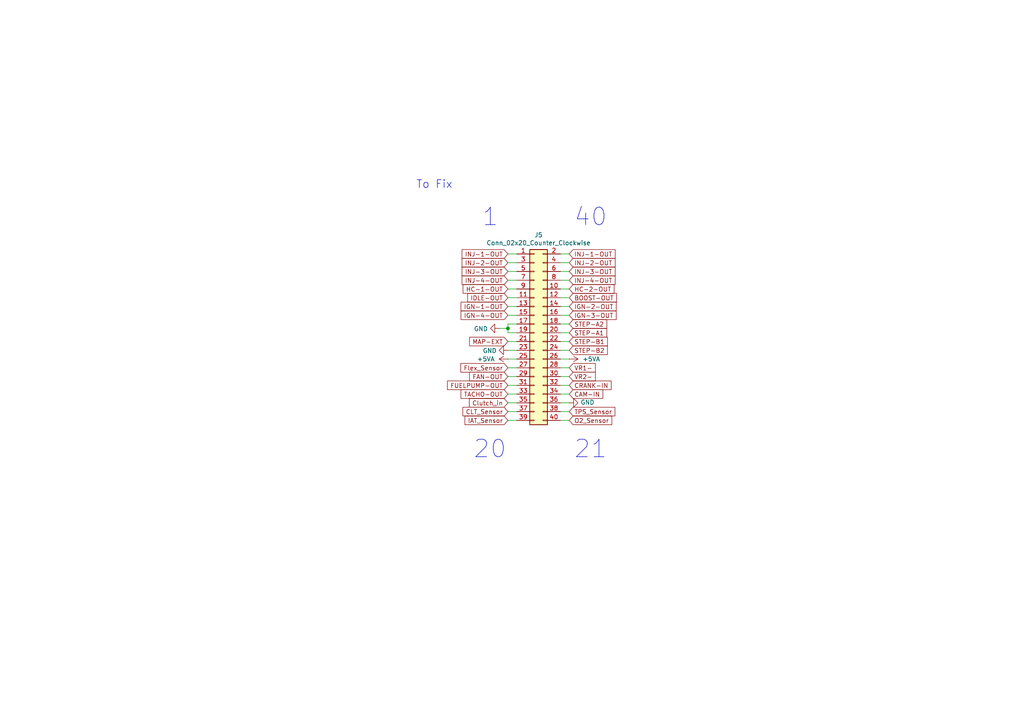
<source format=kicad_sch>
(kicad_sch (version 20250114) (generator "eeschema") (generator_version "9.0")
  (paper "A4")
  (title_block (title "0.4") (date "2021-03-27") (rev "4d") (company "Speeduino"))
  (lib_symbols
    (symbol "Connector_Generic:Conn_02x20_Odd_Even" (pin_names (offset 1.016) (hide yes))
      (property "Reference" "J" (at 1.27 25.4 0))
      (property "Value" "Conn_02x20_Odd_Even" (at 1.27 -27.94 0))
      (symbol "Conn_02x20_Odd_Even_1_1"
        (rectangle (start -1.27 24.13) (end 3.81 -26.67) (stroke (width 0.254)) (fill (type background)))
        (rectangle (start -1.27 22.987) (end 0 22.733) (stroke (width 0.1524)))
        (rectangle (start -1.27 20.447) (end 0 20.193) (stroke (width 0.1524)))
        (rectangle (start -1.27 17.907) (end 0 17.653) (stroke (width 0.1524)))
        (rectangle (start -1.27 15.367) (end 0 15.113) (stroke (width 0.1524)))
        (rectangle (start -1.27 12.827) (end 0 12.573) (stroke (width 0.1524)))
        (rectangle (start -1.27 10.287) (end 0 10.033) (stroke (width 0.1524)))
        (rectangle (start -1.27 7.747) (end 0 7.493) (stroke (width 0.1524)))
        (rectangle (start -1.27 5.207) (end 0 4.953) (stroke (width 0.1524)))
        (rectangle (start -1.27 2.667) (end 0 2.413) (stroke (width 0.1524)))
        (rectangle (start -1.27 0.127) (end 0 -0.127) (stroke (width 0.1524)))
        (rectangle (start -1.27 -2.413) (end 0 -2.667) (stroke (width 0.1524)))
        (rectangle (start -1.27 -4.953) (end 0 -5.207) (stroke (width 0.1524)))
        (rectangle (start -1.27 -7.493) (end 0 -7.747) (stroke (width 0.1524)))
        (rectangle (start -1.27 -10.033) (end 0 -10.287) (stroke (width 0.1524)))
        (rectangle (start -1.27 -12.573) (end 0 -12.827) (stroke (width 0.1524)))
        (rectangle (start -1.27 -15.113) (end 0 -15.367) (stroke (width 0.1524)))
        (rectangle (start -1.27 -17.653) (end 0 -17.907) (stroke (width 0.1524)))
        (rectangle (start -1.27 -20.193) (end 0 -20.447) (stroke (width 0.1524)))
        (rectangle (start -1.27 -22.733) (end 0 -22.987) (stroke (width 0.1524)))
        (rectangle (start -1.27 -25.273) (end 0 -25.527) (stroke (width 0.1524)))
        (rectangle (start 3.81 22.987) (end 2.54 22.733) (stroke (width 0.1524)))
        (rectangle (start 3.81 20.447) (end 2.54 20.193) (stroke (width 0.1524)))
        (rectangle (start 3.81 17.907) (end 2.54 17.653) (stroke (width 0.1524)))
        (rectangle (start 3.81 15.367) (end 2.54 15.113) (stroke (width 0.1524)))
        (rectangle (start 3.81 12.827) (end 2.54 12.573) (stroke (width 0.1524)))
        (rectangle (start 3.81 10.287) (end 2.54 10.033) (stroke (width 0.1524)))
        (rectangle (start 3.81 7.747) (end 2.54 7.493) (stroke (width 0.1524)))
        (rectangle (start 3.81 5.207) (end 2.54 4.953) (stroke (width 0.1524)))
        (rectangle (start 3.81 2.667) (end 2.54 2.413) (stroke (width 0.1524)))
        (rectangle (start 3.81 0.127) (end 2.54 -0.127) (stroke (width 0.1524)))
        (rectangle (start 3.81 -2.413) (end 2.54 -2.667) (stroke (width 0.1524)))
        (rectangle (start 3.81 -4.953) (end 2.54 -5.207) (stroke (width 0.1524)))
        (rectangle (start 3.81 -7.493) (end 2.54 -7.747) (stroke (width 0.1524)))
        (rectangle (start 3.81 -10.033) (end 2.54 -10.287) (stroke (width 0.1524)))
        (rectangle (start 3.81 -12.573) (end 2.54 -12.827) (stroke (width 0.1524)))
        (rectangle (start 3.81 -15.113) (end 2.54 -15.367) (stroke (width 0.1524)))
        (rectangle (start 3.81 -17.653) (end 2.54 -17.907) (stroke (width 0.1524)))
        (rectangle (start 3.81 -20.193) (end 2.54 -20.447) (stroke (width 0.1524)))
        (rectangle (start 3.81 -22.733) (end 2.54 -22.987) (stroke (width 0.1524)))
        (rectangle (start 3.81 -25.273) (end 2.54 -25.527) (stroke (width 0.1524)))
        (pin passive line (at -5.08 22.86 0) (length 3.81) (name "Pin_1") (number "1"))
        (pin passive line (at -5.08 20.32 0) (length 3.81) (name "Pin_3") (number "3"))
        (pin passive line (at -5.08 17.78 0) (length 3.81) (name "Pin_5") (number "5"))
        (pin passive line (at -5.08 15.24 0) (length 3.81) (name "Pin_7") (number "7"))
        (pin passive line (at -5.08 12.7 0) (length 3.81) (name "Pin_9") (number "9"))
        (pin passive line (at -5.08 10.16 0) (length 3.81) (name "Pin_11") (number "11"))
        (pin passive line (at -5.08 7.62 0) (length 3.81) (name "Pin_13") (number "13"))
        (pin passive line (at -5.08 5.08 0) (length 3.81) (name "Pin_15") (number "15"))
        (pin passive line (at -5.08 2.54 0) (length 3.81) (name "Pin_17") (number "17"))
        (pin passive line (at -5.08 0 0) (length 3.81) (name "Pin_19") (number "19"))
        (pin passive line (at -5.08 -2.54 0) (length 3.81) (name "Pin_21") (number "21"))
        (pin passive line (at -5.08 -5.08 0) (length 3.81) (name "Pin_23") (number "23"))
        (pin passive line (at -5.08 -7.62 0) (length 3.81) (name "Pin_25") (number "25"))
        (pin passive line (at -5.08 -10.16 0) (length 3.81) (name "Pin_27") (number "27"))
        (pin passive line (at -5.08 -12.7 0) (length 3.81) (name "Pin_29") (number "29"))
        (pin passive line (at -5.08 -15.24 0) (length 3.81) (name "Pin_31") (number "31"))
        (pin passive line (at -5.08 -17.78 0) (length 3.81) (name "Pin_33") (number "33"))
        (pin passive line (at -5.08 -20.32 0) (length 3.81) (name "Pin_35") (number "35"))
        (pin passive line (at -5.08 -22.86 0) (length 3.81) (name "Pin_37") (number "37"))
        (pin passive line (at -5.08 -25.4 0) (length 3.81) (name "Pin_39") (number "39"))
        (pin passive line (at 7.62 22.86 180) (length 3.81) (name "Pin_2") (number "2"))
        (pin passive line (at 7.62 20.32 180) (length 3.81) (name "Pin_4") (number "4"))
        (pin passive line (at 7.62 17.78 180) (length 3.81) (name "Pin_6") (number "6"))
        (pin passive line (at 7.62 15.24 180) (length 3.81) (name "Pin_8") (number "8"))
        (pin passive line (at 7.62 12.7 180) (length 3.81) (name "Pin_10") (number "10"))
        (pin passive line (at 7.62 10.16 180) (length 3.81) (name "Pin_12") (number "12"))
        (pin passive line (at 7.62 7.62 180) (length 3.81) (name "Pin_14") (number "14"))
        (pin passive line (at 7.62 5.08 180) (length 3.81) (name "Pin_16") (number "16"))
        (pin passive line (at 7.62 2.54 180) (length 3.81) (name "Pin_18") (number "18"))
        (pin passive line (at 7.62 0 180) (length 3.81) (name "Pin_20") (number "20"))
        (pin passive line (at 7.62 -2.54 180) (length 3.81) (name "Pin_22") (number "22"))
        (pin passive line (at 7.62 -5.08 180) (length 3.81) (name "Pin_24") (number "24"))
        (pin passive line (at 7.62 -7.62 180) (length 3.81) (name "Pin_26") (number "26"))
        (pin passive line (at 7.62 -10.16 180) (length 3.81) (name "Pin_28") (number "28"))
        (pin passive line (at 7.62 -12.7 180) (length 3.81) (name "Pin_30") (number "30"))
        (pin passive line (at 7.62 -15.24 180) (length 3.81) (name "Pin_32") (number "32"))
        (pin passive line (at 7.62 -17.78 180) (length 3.81) (name "Pin_34") (number "34"))
        (pin passive line (at 7.62 -20.32 180) (length 3.81) (name "Pin_36") (number "36"))
        (pin passive line (at 7.62 -22.86 180) (length 3.81) (name "Pin_38") (number "38"))
        (pin passive line (at 7.62 -25.4 180) (length 3.81) (name "Pin_40") (number "40"))
      )
    )
    (symbol "power:+5VA" (power) (pin_numbers (hide yes)) (pin_names (offset 0) (hide yes))
      (property "Value" "+5VA" (at 0 3.556 0))
      (symbol "+5VA_0_1"
        (polyline (pts (xy -0.762 1.27) (xy 0 2.54)))
        (polyline (pts (xy 0 2.54) (xy 0.762 1.27)))
        (polyline (pts (xy 0 0) (xy 0 2.54)))
      )
      (symbol "+5VA_1_1"
        (pin power_in line (at 0 0 90) (length 0) (name "~") (number "1"))
      )
    )
    (symbol "power:GND" (power) (pin_numbers (hide yes)) (pin_names (offset 0) (hide yes))
      (property "Value" "GND" (at 0 -3.81 0))
      (symbol "GND_0_1"
        (polyline (pts (xy 0 0) (xy 0 -1.27) (xy 1.27 -1.27) (xy 0 -2.54) (xy -1.27 -1.27) (xy 0 -1.27)))
      )
      (symbol "GND_1_1"
        (pin power_in line (at 0 0 270) (length 0) (name "~") (number "1"))
      )
    )
  )
  (text "1" (at 139.7 66.04 0) (effects (font (size 5.08 5.08)) (justify left bottom)))
  (text "To Fix" (at 125.984 53.594 0) (effects (font (size 2.286 2.286))))
  (text "21" (at 166.37 133.35 0) (effects (font (size 5.08 5.08)) (justify left bottom)))
  (text "40" (at 166.37 66.04 0) (effects (font (size 5.08 5.08)) (justify left bottom)))
  (text "20" (at 137.16 133.35 0) (effects (font (size 5.08 5.08)) (justify left bottom)))
  (junction (at 147.32 95.25))
  (wire (pts (xy 162.56 116.84) (xy 165.1 116.84)))
  (wire (pts (xy 147.32 99.06) (xy 149.86 99.06)))
  (wire (pts (xy 162.56 73.66) (xy 165.1 73.66)))
  (wire (pts (xy 147.32 104.14) (xy 149.86 104.14)))
  (wire (pts (xy 147.32 96.52) (xy 147.32 95.25)))
  (wire (pts (xy 149.86 96.52) (xy 147.32 96.52)))
  (wire (pts (xy 165.1 93.98) (xy 162.56 93.98)))
  (wire (pts (xy 147.32 83.82) (xy 149.86 83.82)))
  (wire (pts (xy 147.32 93.98) (xy 147.32 95.25)))
  (wire (pts (xy 147.32 101.6) (xy 149.86 101.6)))
  (wire (pts (xy 165.1 104.14) (xy 162.56 104.14)))
  (wire (pts (xy 147.32 121.92) (xy 149.86 121.92)))
  (wire (pts (xy 149.86 119.38) (xy 147.32 119.38)))
  (wire (pts (xy 165.1 114.3) (xy 162.56 114.3)))
  (wire (pts (xy 147.32 109.22) (xy 149.86 109.22)))
  (wire (pts (xy 165.1 83.82) (xy 162.56 83.82)))
  (wire (pts (xy 149.86 91.44) (xy 147.32 91.44)))
  (wire (pts (xy 162.56 106.68) (xy 165.1 106.68)))
  (wire (pts (xy 165.1 99.06) (xy 162.56 99.06)))
  (wire (pts (xy 147.32 116.84) (xy 149.86 116.84)))
  (wire (pts (xy 147.32 78.74) (xy 149.86 78.74)))
  (wire (pts (xy 165.1 76.2) (xy 162.56 76.2)))
  (wire (pts (xy 165.1 88.9) (xy 162.56 88.9)))
  (wire (pts (xy 165.1 109.22) (xy 162.56 109.22)))
  (wire (pts (xy 149.86 86.36) (xy 147.32 86.36)))
  (wire (pts (xy 162.56 91.44) (xy 165.1 91.44)))
  (wire (pts (xy 162.56 81.28) (xy 165.1 81.28)))
  (wire (pts (xy 162.56 111.76) (xy 165.1 111.76)))
  (wire (pts (xy 147.32 106.68) (xy 149.86 106.68)))
  (wire (pts (xy 162.56 121.92) (xy 165.1 121.92)))
  (wire (pts (xy 149.86 81.28) (xy 147.32 81.28)))
  (wire (pts (xy 165.1 86.36) (xy 162.56 86.36)))
  (wire (pts (xy 147.32 73.66) (xy 149.86 73.66)))
  (wire (pts (xy 149.86 76.2) (xy 147.32 76.2)))
  (wire (pts (xy 147.32 88.9) (xy 149.86 88.9)))
  (wire (pts (xy 144.78 95.25) (xy 147.32 95.25)))
  (wire (pts (xy 162.56 78.74) (xy 165.1 78.74)))
  (wire (pts (xy 162.56 96.52) (xy 165.1 96.52)))
  (wire (pts (xy 149.86 93.98) (xy 147.32 93.98)))
  (wire (pts (xy 147.32 114.3) (xy 149.86 114.3)))
  (wire (pts (xy 147.32 111.76) (xy 149.86 111.76)))
  (wire (pts (xy 165.1 119.38) (xy 162.56 119.38)))
  (wire (pts (xy 162.56 101.6) (xy 165.1 101.6)))
  (global_label "STEP-B1" (shape input) (at 165.1 99.06 0) (property "Intersheetrefs" "${INTERSHEET_REFS}" (effects (hide yes))))
  (global_label "IGN-3-OUT" (shape input) (at 165.1 91.44 0) (property "Intersheetrefs" "${INTERSHEET_REFS}" (effects (hide yes))))
  (global_label "IAT_Sensor" (shape input) (at 147.32 121.92 180) (property "Intersheetrefs" "${INTERSHEET_REFS}" (effects (hide yes))))
  (global_label "BOOST-OUT" (shape input) (at 165.1 86.36 0) (property "Intersheetrefs" "${INTERSHEET_REFS}" (effects (hide yes))))
  (global_label "Clutch_in" (shape input) (at 147.32 116.84 180) (property "Intersheetrefs" "${INTERSHEET_REFS}" (effects (hide yes))))
  (global_label "TACHO-OUT" (shape input) (at 147.32 114.3 180) (property "Intersheetrefs" "${INTERSHEET_REFS}" (effects (hide yes))))
  (global_label "IDLE-OUT" (shape input) (at 147.32 86.36 180) (property "Intersheetrefs" "${INTERSHEET_REFS}" (effects (hide yes))))
  (global_label "INJ-3-OUT" (shape input) (at 165.1 78.74 0) (property "Intersheetrefs" "${INTERSHEET_REFS}" (effects (hide yes))))
  (global_label "INJ-2-OUT" (shape input) (at 165.1 76.2 0) (property "Intersheetrefs" "${INTERSHEET_REFS}" (effects (hide yes))))
  (global_label "HC-2-OUT" (shape input) (at 165.1 83.82 0) (property "Intersheetrefs" "${INTERSHEET_REFS}" (effects (hide yes))))
  (global_label "STEP-B2" (shape input) (at 165.1 101.6 0) (property "Intersheetrefs" "${INTERSHEET_REFS}" (effects (hide yes))))
  (global_label "O2_Sensor" (shape input) (at 165.1 121.92 0) (property "Intersheetrefs" "${INTERSHEET_REFS}" (effects (hide yes))))
  (global_label "IGN-4-OUT" (shape input) (at 147.32 91.44 180) (property "Intersheetrefs" "${INTERSHEET_REFS}" (effects (hide yes))))
  (global_label "CLT_Sensor" (shape input) (at 147.32 119.38 180) (property "Intersheetrefs" "${INTERSHEET_REFS}" (effects (hide yes))))
  (global_label "TPS_Sensor" (shape input) (at 165.1 119.38 0) (property "Intersheetrefs" "${INTERSHEET_REFS}" (effects (hide yes))))
  (global_label "MAP-EXT" (shape input) (at 147.32 99.06 180) (property "Intersheetrefs" "${INTERSHEET_REFS}" (effects (hide yes))))
  (global_label "INJ-3-OUT" (shape input) (at 147.32 78.74 180) (property "Intersheetrefs" "${INTERSHEET_REFS}" (effects (hide yes))))
  (global_label "CAM-IN" (shape input) (at 165.1 114.3 0) (property "Intersheetrefs" "${INTERSHEET_REFS}" (effects (hide yes))))
  (global_label "FAN-OUT" (shape input) (at 147.32 109.22 180) (property "Intersheetrefs" "${INTERSHEET_REFS}" (effects (hide yes))))
  (global_label "INJ-2-OUT" (shape input) (at 147.32 76.2 180) (property "Intersheetrefs" "${INTERSHEET_REFS}" (effects (hide yes))))
  (global_label "Flex_Sensor" (shape input) (at 147.32 106.68 180) (property "Intersheetrefs" "${INTERSHEET_REFS}" (effects (hide yes))))
  (global_label "INJ-1-OUT" (shape input) (at 147.32 73.66 180) (property "Intersheetrefs" "${INTERSHEET_REFS}" (effects (hide yes))))
  (global_label "INJ-4-OUT" (shape input) (at 165.1 81.28 0) (property "Intersheetrefs" "${INTERSHEET_REFS}" (effects (hide yes))))
  (global_label "VR1-" (shape input) (at 165.1 106.68 0) (property "Intersheetrefs" "${INTERSHEET_REFS}" (effects (hide yes))))
  (global_label "INJ-4-OUT" (shape input) (at 147.32 81.28 180) (property "Intersheetrefs" "${INTERSHEET_REFS}" (effects (hide yes))))
  (global_label "INJ-1-OUT" (shape input) (at 165.1 73.66 0) (property "Intersheetrefs" "${INTERSHEET_REFS}" (effects (hide yes))))
  (global_label "VR2-" (shape input) (at 165.1 109.22 0) (property "Intersheetrefs" "${INTERSHEET_REFS}" (effects (hide yes))))
  (global_label "FUELPUMP-OUT" (shape input) (at 147.32 111.76 180) (property "Intersheetrefs" "${INTERSHEET_REFS}" (effects (hide yes))))
  (global_label "IGN-2-OUT" (shape input) (at 165.1 88.9 0) (property "Intersheetrefs" "${INTERSHEET_REFS}" (effects (hide yes))))
  (global_label "STEP-A2" (shape input) (at 165.1 93.98 0) (property "Intersheetrefs" "${INTERSHEET_REFS}" (effects (hide yes))))
  (global_label "IGN-1-OUT" (shape input) (at 147.32 88.9 180) (property "Intersheetrefs" "${INTERSHEET_REFS}" (effects (hide yes))))
  (global_label "HC-1-OUT" (shape input) (at 147.32 83.82 180) (property "Intersheetrefs" "${INTERSHEET_REFS}" (effects (hide yes))))
  (global_label "STEP-A1" (shape input) (at 165.1 96.52 0) (property "Intersheetrefs" "${INTERSHEET_REFS}" (effects (hide yes))))
  (global_label "CRANK-IN" (shape input) (at 165.1 111.76 0) (property "Intersheetrefs" "${INTERSHEET_REFS}" (effects (hide yes))))
  (symbol (lib_id "power:GND") (at 144.78 95.25 270) (unit 1)
    (property "Reference" "#PWR0211" (effects (hide yes)))
    (property "Value" "GND" (at 141.5288 95.377 90) (effects (justify right)))
  )
  (symbol (lib_id "power:GND") (at 165.1 116.84 90) (unit 1)
    (property "Reference" "#PWR0215" (effects (hide yes)))
    (property "Value" "GND" (at 168.3512 116.713 90) (effects (justify right)))
  )
  (symbol (lib_id "Connector_Generic:Conn_02x20_Odd_Even") (at 154.94 96.52 0) (unit 1)
    (property "Reference" "J5" (at 156.21 68.1482 0))
    (property "Value" "Conn_02x20_Counter_Clockwise" (at 156.21 70.4596 0))
    (property "Footprint" "Connector_IDC:IDC-Header_2x20_P2.54mm_Vertical" (effects (hide yes)))
  )
  (symbol (lib_id "power:GND") (at 147.32 101.6 270) (unit 1)
    (property "Reference" "#PWR0212" (effects (hide yes)))
    (property "Value" "GND" (at 144.0688 101.727 90) (effects (justify right)))
  )
  (symbol (lib_id "power:+5VA") (at 147.32 104.14 90) (unit 1)
    (property "Reference" "#PWR013" (effects (hide yes)))
    (property "Value" "+5VA" (at 143.51 104.1399 90) (effects (justify left)))
    (property "Description" "Power symbol creates a global label with name \"+5VA\"" (effects (hide yes)))
  )
  (symbol (lib_id "power:+5VA") (at 165.1 104.14 270) (unit 1)
    (property "Reference" "#PWR014" (effects (hide yes)))
    (property "Value" "+5VA" (at 168.91 104.1399 90) (effects (justify left)))
    (property "Description" "Power symbol creates a global label with name \"+5VA\"" (effects (hide yes)))
  )
)
</source>
